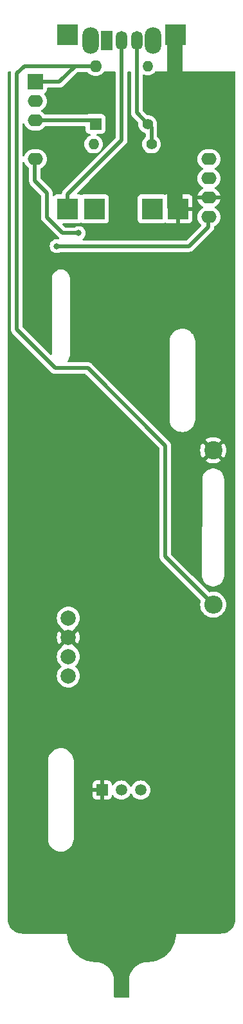
<source format=gtl>
G04 #@! TF.GenerationSoftware,KiCad,Pcbnew,7.0.1*
G04 #@! TF.CreationDate,2023-04-26T20:27:31+02:00*
G04 #@! TF.ProjectId,ispindel_kicad,69737069-6e64-4656-9c5f-6b696361642e,rev?*
G04 #@! TF.SameCoordinates,Original*
G04 #@! TF.FileFunction,Copper,L1,Top*
G04 #@! TF.FilePolarity,Positive*
%FSLAX46Y46*%
G04 Gerber Fmt 4.6, Leading zero omitted, Abs format (unit mm)*
G04 Created by KiCad (PCBNEW 7.0.1) date 2023-04-26 20:27:31*
%MOMM*%
%LPD*%
G01*
G04 APERTURE LIST*
G04 #@! TA.AperFunction,ComponentPad*
%ADD10C,2.400000*%
G04 #@! TD*
G04 #@! TA.AperFunction,ComponentPad*
%ADD11O,2.400000X2.400000*%
G04 #@! TD*
G04 #@! TA.AperFunction,ComponentPad*
%ADD12R,1.500000X1.500000*%
G04 #@! TD*
G04 #@! TA.AperFunction,ComponentPad*
%ADD13C,1.500000*%
G04 #@! TD*
G04 #@! TA.AperFunction,ComponentPad*
%ADD14C,2.000000*%
G04 #@! TD*
G04 #@! TA.AperFunction,ComponentPad*
%ADD15R,2.000000X2.000000*%
G04 #@! TD*
G04 #@! TA.AperFunction,ComponentPad*
%ADD16O,2.000000X1.600000*%
G04 #@! TD*
G04 #@! TA.AperFunction,ComponentPad*
%ADD17R,2.800000X2.800000*%
G04 #@! TD*
G04 #@! TA.AperFunction,ComponentPad*
%ADD18O,2.200000X3.500000*%
G04 #@! TD*
G04 #@! TA.AperFunction,ComponentPad*
%ADD19R,1.500000X2.500000*%
G04 #@! TD*
G04 #@! TA.AperFunction,ComponentPad*
%ADD20O,1.500000X2.500000*%
G04 #@! TD*
G04 #@! TA.AperFunction,ComponentPad*
%ADD21C,1.400000*%
G04 #@! TD*
G04 #@! TA.AperFunction,ComponentPad*
%ADD22O,1.400000X1.400000*%
G04 #@! TD*
G04 #@! TA.AperFunction,ComponentPad*
%ADD23R,1.600000X1.600000*%
G04 #@! TD*
G04 #@! TA.AperFunction,ComponentPad*
%ADD24O,1.600000X1.600000*%
G04 #@! TD*
G04 #@! TA.AperFunction,ViaPad*
%ADD25C,0.800000*%
G04 #@! TD*
G04 #@! TA.AperFunction,Conductor*
%ADD26C,0.500000*%
G04 #@! TD*
G04 #@! TA.AperFunction,Conductor*
%ADD27C,2.000000*%
G04 #@! TD*
G04 #@! TA.AperFunction,Conductor*
%ADD28C,0.250000*%
G04 #@! TD*
G04 APERTURE END LIST*
D10*
X160909000Y-95275400D03*
D11*
X160909000Y-115595400D03*
D12*
X146278600Y-140009200D03*
D13*
X148818600Y-140009200D03*
X151358600Y-140009200D03*
D14*
X141833600Y-117373400D03*
X141833600Y-119913400D03*
X141833600Y-122453400D03*
X141833600Y-124993400D03*
D15*
X137492600Y-46786800D03*
D16*
X137492600Y-49326800D03*
X137492600Y-51866800D03*
X137492600Y-56946800D03*
X160352600Y-64566800D03*
X160352600Y-62026800D03*
X160352600Y-59486800D03*
X160352600Y-56946800D03*
D17*
X141757200Y-40600000D03*
X155957200Y-40600000D03*
X141757200Y-63500000D03*
X156257200Y-63500000D03*
X145257200Y-63500000D03*
X152857200Y-63500000D03*
D18*
X144750600Y-41325800D03*
X152950600Y-41325800D03*
D19*
X146850600Y-41325800D03*
D20*
X148850600Y-41325800D03*
X150850600Y-41325800D03*
D21*
X152781000Y-54991000D03*
D22*
X145161000Y-54991000D03*
D21*
X152273000Y-52349400D03*
D22*
X152273000Y-44729400D03*
D23*
X145415000Y-52324000D03*
D24*
X145415000Y-44704000D03*
D25*
X140300000Y-68400000D03*
X143200000Y-66700000D03*
X162712400Y-49682400D03*
X162458400Y-143891000D03*
X140360400Y-121081800D03*
X137363200Y-54660800D03*
D26*
X144932400Y-51866800D02*
X145389600Y-52324000D01*
X137439400Y-51866800D02*
X144932400Y-51866800D01*
X154600000Y-94650000D02*
X154600000Y-109286400D01*
X142717520Y-44704000D02*
X136042400Y-44704000D01*
X154600000Y-109286400D02*
X160909000Y-115595400D01*
X144400000Y-84450000D02*
X154600000Y-94650000D01*
X137439400Y-46786800D02*
X140634720Y-46786800D01*
X142717520Y-44704000D02*
X145389600Y-44704000D01*
X140100000Y-84450000D02*
X144400000Y-84450000D01*
X135051800Y-79401800D02*
X140100000Y-84450000D01*
X135051800Y-45694600D02*
X135051800Y-79401800D01*
X140634720Y-46786800D02*
X142717520Y-44704000D01*
X136042400Y-44704000D02*
X135051800Y-45694600D01*
X152323800Y-52349400D02*
X150842400Y-50868000D01*
X143400000Y-68400000D02*
X140300000Y-68400000D01*
X160299400Y-64566800D02*
X160299400Y-65866800D01*
X152771800Y-55016400D02*
X152771800Y-52797400D01*
X152771800Y-52797400D02*
X152323800Y-52349400D01*
X160299400Y-65866800D02*
X157766200Y-68400000D01*
X150842400Y-50868000D02*
X150842400Y-41292600D01*
X157766200Y-68400000D02*
X143400000Y-68400000D01*
X142492890Y-66700000D02*
X143200000Y-66700000D01*
X139000000Y-64619600D02*
X141080400Y-66700000D01*
X137439400Y-56946800D02*
X137439400Y-59839400D01*
X141080400Y-66700000D02*
X142492890Y-66700000D01*
X139000000Y-61400000D02*
X139000000Y-64619600D01*
X137439400Y-59839400D02*
X139000000Y-61400000D01*
X155832400Y-45416880D02*
X155851040Y-45435520D01*
D27*
X155832400Y-40892600D02*
X155832400Y-63162000D01*
D26*
X160299400Y-62026800D02*
X160499400Y-62026800D01*
D28*
X155832400Y-63162000D02*
X156132400Y-63462000D01*
D26*
X155950000Y-46601280D02*
X156079640Y-46730920D01*
X148842400Y-42423970D02*
X148842400Y-41292600D01*
X141732400Y-61562000D02*
X148842400Y-54452000D01*
X148842400Y-54452000D02*
X148842400Y-42423970D01*
X141732400Y-63462000D02*
X141732400Y-61562000D01*
G04 #@! TA.AperFunction,Conductor*
G36*
X134233869Y-45428592D02*
G01*
X134277800Y-45463850D01*
X134301977Y-45514727D01*
X134301568Y-45571056D01*
X134292991Y-45607243D01*
X134291002Y-45626714D01*
X134293247Y-45703859D01*
X134293300Y-45707523D01*
X134293300Y-79337359D01*
X134291970Y-79355620D01*
X134288459Y-79379588D01*
X134292821Y-79429447D01*
X134293300Y-79440428D01*
X134293300Y-79445984D01*
X134296935Y-79477090D01*
X134297307Y-79480732D01*
X134304028Y-79557544D01*
X134308269Y-79576673D01*
X134334646Y-79649142D01*
X134335849Y-79652604D01*
X134360104Y-79725800D01*
X134368637Y-79743427D01*
X134411032Y-79807884D01*
X134412971Y-79810927D01*
X134452770Y-79875451D01*
X134453474Y-79876592D01*
X134465838Y-79891767D01*
X134521955Y-79944711D01*
X134524584Y-79947265D01*
X139518092Y-84940773D01*
X139530060Y-84954620D01*
X139544531Y-84974058D01*
X139582868Y-85006226D01*
X139590965Y-85013646D01*
X139594900Y-85017581D01*
X139594904Y-85017584D01*
X139619455Y-85036997D01*
X139622296Y-85039311D01*
X139681377Y-85088885D01*
X139697890Y-85099405D01*
X139767786Y-85131998D01*
X139771078Y-85133591D01*
X139838812Y-85167609D01*
X139838814Y-85167609D01*
X139840008Y-85168209D01*
X139858490Y-85174633D01*
X139859791Y-85174901D01*
X139859794Y-85174903D01*
X139934078Y-85190241D01*
X139937630Y-85191029D01*
X140011344Y-85208500D01*
X140011346Y-85208500D01*
X140012641Y-85208807D01*
X140032114Y-85210797D01*
X140033439Y-85210758D01*
X140033442Y-85210759D01*
X140107477Y-85208604D01*
X140109259Y-85208553D01*
X140112923Y-85208500D01*
X144033629Y-85208500D01*
X144081847Y-85218091D01*
X144122724Y-85245405D01*
X153804595Y-94927276D01*
X153831909Y-94968153D01*
X153841500Y-95016371D01*
X153841500Y-109221959D01*
X153840170Y-109240220D01*
X153836659Y-109264188D01*
X153841021Y-109314047D01*
X153841500Y-109325028D01*
X153841500Y-109330584D01*
X153845135Y-109361690D01*
X153845507Y-109365332D01*
X153852228Y-109442144D01*
X153856469Y-109461273D01*
X153882846Y-109533742D01*
X153884049Y-109537204D01*
X153908304Y-109610400D01*
X153916837Y-109628027D01*
X153959232Y-109692484D01*
X153961171Y-109695527D01*
X154000970Y-109760051D01*
X154001674Y-109761192D01*
X154014038Y-109776367D01*
X154070155Y-109829311D01*
X154072784Y-109831865D01*
X159233639Y-114992720D01*
X159265620Y-115046934D01*
X159267385Y-115109852D01*
X159214845Y-115340044D01*
X159195709Y-115595399D01*
X159214845Y-115850754D01*
X159271826Y-116100402D01*
X159365378Y-116338769D01*
X159493413Y-116560531D01*
X159653065Y-116760730D01*
X159840784Y-116934908D01*
X159999461Y-117043091D01*
X160052355Y-117079154D01*
X160171826Y-117136688D01*
X160283064Y-117190258D01*
X160337635Y-117207090D01*
X160527757Y-117265735D01*
X160780966Y-117303900D01*
X161037032Y-117303900D01*
X161037034Y-117303900D01*
X161290243Y-117265735D01*
X161534935Y-117190258D01*
X161765646Y-117079154D01*
X161977219Y-116934905D01*
X162164931Y-116760734D01*
X162324587Y-116560531D01*
X162452622Y-116338769D01*
X162546174Y-116100401D01*
X162603155Y-115850753D01*
X162622291Y-115595400D01*
X162603155Y-115340047D01*
X162546174Y-115090399D01*
X162452622Y-114852031D01*
X162324587Y-114630269D01*
X162284673Y-114580218D01*
X162164934Y-114430069D01*
X162164931Y-114430066D01*
X161977219Y-114255895D01*
X161765646Y-114111646D01*
X161765645Y-114111645D01*
X161765643Y-114111644D01*
X161534935Y-114000541D01*
X161358018Y-113945970D01*
X161290243Y-113925065D01*
X161037034Y-113886900D01*
X160780966Y-113886900D01*
X160654361Y-113905982D01*
X160527755Y-113925065D01*
X160434908Y-113953704D01*
X160367440Y-113955596D01*
X160308676Y-113922396D01*
X158169691Y-111783411D01*
X159458561Y-111783411D01*
X159458619Y-111783711D01*
X159458616Y-111872368D01*
X159458641Y-111872525D01*
X159494098Y-112096471D01*
X159564200Y-112312263D01*
X159615538Y-112413033D01*
X159667196Y-112514432D01*
X159667296Y-112514569D01*
X159800551Y-112698000D01*
X159960981Y-112858447D01*
X159961123Y-112858550D01*
X160144534Y-112991821D01*
X160346692Y-113094840D01*
X160562477Y-113164965D01*
X160786575Y-113200471D01*
X161013440Y-113200483D01*
X161013466Y-113200484D01*
X161013466Y-113200483D01*
X161013468Y-113200484D01*
X161237570Y-113165002D01*
X161453363Y-113094900D01*
X161655532Y-112991903D01*
X161839100Y-112858549D01*
X161999547Y-112698119D01*
X162132921Y-112514566D01*
X162235940Y-112312408D01*
X162306065Y-112096623D01*
X162341572Y-111872525D01*
X162341578Y-111759078D01*
X162341578Y-111758578D01*
X162350344Y-99115979D01*
X162350342Y-99115976D01*
X162350360Y-99091389D01*
X162350257Y-99090866D01*
X162350262Y-99002633D01*
X162332546Y-98890740D01*
X162314781Y-98778534D01*
X162244679Y-98562745D01*
X162141684Y-98360579D01*
X162008332Y-98177014D01*
X161847905Y-98016570D01*
X161847904Y-98016569D01*
X161847903Y-98016568D01*
X161664357Y-97883200D01*
X161664356Y-97883199D01*
X161664354Y-97883198D01*
X161462200Y-97780181D01*
X161462199Y-97780180D01*
X161462198Y-97780180D01*
X161246419Y-97710056D01*
X161190394Y-97701179D01*
X161022324Y-97674550D01*
X161022285Y-97674549D01*
X160795434Y-97674537D01*
X160571333Y-97710019D01*
X160355547Y-97780119D01*
X160153379Y-97883115D01*
X159969814Y-98016468D01*
X159809368Y-98176896D01*
X159676000Y-98360441D01*
X159572980Y-98562601D01*
X159502856Y-98778379D01*
X159467350Y-99002477D01*
X159467344Y-99115742D01*
X159467344Y-99115822D01*
X159458561Y-111783411D01*
X158169691Y-111783411D01*
X155395405Y-109009124D01*
X155368091Y-108968247D01*
X155358500Y-108920029D01*
X155358500Y-96650187D01*
X159893421Y-96650187D01*
X160052608Y-96758720D01*
X160283247Y-96869790D01*
X160527865Y-96945244D01*
X160781006Y-96983400D01*
X161036994Y-96983400D01*
X161290134Y-96945244D01*
X161534752Y-96869790D01*
X161765392Y-96758720D01*
X161924578Y-96650187D01*
X160909001Y-95634610D01*
X160908999Y-95634610D01*
X159893421Y-96650186D01*
X159893421Y-96650187D01*
X155358500Y-96650187D01*
X155358500Y-95275400D01*
X159196211Y-95275400D01*
X159215341Y-95530679D01*
X159272305Y-95780254D01*
X159365830Y-96018551D01*
X159493827Y-96240248D01*
X159534250Y-96290937D01*
X159534252Y-96290937D01*
X160549790Y-95275401D01*
X161268210Y-95275401D01*
X162283747Y-96290938D01*
X162283748Y-96290937D01*
X162324172Y-96240250D01*
X162452169Y-96018552D01*
X162545694Y-95780254D01*
X162602658Y-95530679D01*
X162621788Y-95275400D01*
X162602658Y-95020120D01*
X162545694Y-94770545D01*
X162452169Y-94532247D01*
X162324172Y-94310550D01*
X162283748Y-94259861D01*
X162283747Y-94259860D01*
X161268210Y-95275399D01*
X161268210Y-95275401D01*
X160549790Y-95275401D01*
X160549790Y-95275399D01*
X159534252Y-94259861D01*
X159534250Y-94259861D01*
X159493827Y-94310551D01*
X159365830Y-94532248D01*
X159272305Y-94770545D01*
X159215341Y-95020120D01*
X159196211Y-95275400D01*
X155358500Y-95275400D01*
X155358500Y-94714441D01*
X155359830Y-94696180D01*
X155360067Y-94694556D01*
X155363341Y-94672211D01*
X155358979Y-94622353D01*
X155358500Y-94611372D01*
X155358500Y-94605823D01*
X155354865Y-94574730D01*
X155354492Y-94571079D01*
X155351095Y-94532247D01*
X155347887Y-94495573D01*
X155347886Y-94495570D01*
X155347770Y-94494242D01*
X155343537Y-94475147D01*
X155343079Y-94473889D01*
X155343079Y-94473887D01*
X155317137Y-94402611D01*
X155315977Y-94399277D01*
X155292114Y-94327261D01*
X155292111Y-94327256D01*
X155291691Y-94325988D01*
X155283167Y-94308380D01*
X155240775Y-94243925D01*
X155238807Y-94240836D01*
X155198328Y-94175211D01*
X155185964Y-94160034D01*
X155129825Y-94107069D01*
X155127197Y-94104516D01*
X154923293Y-93900612D01*
X159893421Y-93900612D01*
X160908999Y-94916190D01*
X160909001Y-94916190D01*
X161924578Y-93900611D01*
X161765392Y-93792079D01*
X161534752Y-93681009D01*
X161290134Y-93605555D01*
X161036994Y-93567400D01*
X160781006Y-93567400D01*
X160527865Y-93605555D01*
X160283247Y-93681009D01*
X160052606Y-93792081D01*
X159893421Y-93900610D01*
X159893421Y-93900612D01*
X154923293Y-93900612D01*
X152316251Y-91293570D01*
X155142700Y-91293570D01*
X155180727Y-91545859D01*
X155180728Y-91545862D01*
X155255930Y-91789664D01*
X155366629Y-92019534D01*
X155366630Y-92019536D01*
X155366631Y-92019537D01*
X155510357Y-92230343D01*
X155683895Y-92417373D01*
X155683898Y-92417376D01*
X155833502Y-92536680D01*
X155883372Y-92576450D01*
X156104329Y-92704020D01*
X156341831Y-92797233D01*
X156590574Y-92854006D01*
X156845000Y-92873073D01*
X157099426Y-92854006D01*
X157348169Y-92797233D01*
X157585671Y-92704020D01*
X157806628Y-92576450D01*
X158006105Y-92417373D01*
X158179643Y-92230343D01*
X158323369Y-92019537D01*
X158434069Y-91789664D01*
X158509273Y-91545859D01*
X158547300Y-91293570D01*
X158547300Y-91166000D01*
X158547300Y-91165500D01*
X158547300Y-80980501D01*
X158547300Y-80853030D01*
X158509273Y-80600741D01*
X158434069Y-80356936D01*
X158323369Y-80127064D01*
X158287437Y-80074362D01*
X158179646Y-79916260D01*
X158020306Y-79744532D01*
X158006105Y-79729227D01*
X158006103Y-79729226D01*
X158006101Y-79729223D01*
X157806628Y-79570150D01*
X157585671Y-79442580D01*
X157348168Y-79349366D01*
X157099428Y-79292594D01*
X156845000Y-79273527D01*
X156590571Y-79292594D01*
X156341831Y-79349366D01*
X156104328Y-79442580D01*
X155883371Y-79570150D01*
X155683898Y-79729223D01*
X155510353Y-79916260D01*
X155366631Y-80127063D01*
X155255930Y-80356935D01*
X155180728Y-80600737D01*
X155180727Y-80600741D01*
X155142700Y-80853030D01*
X155142700Y-80980501D01*
X155142700Y-91165500D01*
X155142700Y-91166000D01*
X155142700Y-91293570D01*
X152316251Y-91293570D01*
X144981909Y-83959228D01*
X144969937Y-83945375D01*
X144955470Y-83925943D01*
X144917130Y-83893772D01*
X144909032Y-83886351D01*
X144905101Y-83882420D01*
X144897081Y-83876078D01*
X144880528Y-83862989D01*
X144877690Y-83860677D01*
X144818622Y-83811113D01*
X144802110Y-83800594D01*
X144732205Y-83767996D01*
X144728909Y-83766401D01*
X144659996Y-83731792D01*
X144641504Y-83725365D01*
X144565942Y-83709762D01*
X144562367Y-83708969D01*
X144487356Y-83691191D01*
X144467885Y-83689202D01*
X144390741Y-83691447D01*
X144387077Y-83691500D01*
X141853700Y-83691500D01*
X141786000Y-83671767D01*
X141739505Y-83618750D01*
X141728778Y-83549054D01*
X141757178Y-83484509D01*
X141762028Y-83478728D01*
X141827050Y-83401239D01*
X141931538Y-83220261D01*
X142003012Y-83023888D01*
X142039300Y-82818088D01*
X142039300Y-82713600D01*
X142039300Y-82713100D01*
X142039300Y-72680501D01*
X142039300Y-72576112D01*
X142003012Y-72370312D01*
X142003012Y-72370310D01*
X141931538Y-72173939D01*
X141931537Y-72173938D01*
X141827050Y-71992961D01*
X141759886Y-71912919D01*
X141692723Y-71832876D01*
X141597331Y-71752834D01*
X141532639Y-71698550D01*
X141443650Y-71647172D01*
X141351660Y-71594061D01*
X141155289Y-71522587D01*
X140949488Y-71486300D01*
X140740512Y-71486300D01*
X140534710Y-71522587D01*
X140338339Y-71594061D01*
X140157362Y-71698549D01*
X139997276Y-71832876D01*
X139862949Y-71992962D01*
X139758461Y-72173939D01*
X139686987Y-72370310D01*
X139650700Y-72576112D01*
X139650700Y-82623829D01*
X139636967Y-82681032D01*
X139598761Y-82725765D01*
X139544411Y-82748278D01*
X139485764Y-82743662D01*
X139435605Y-82712924D01*
X135847205Y-79124524D01*
X135819891Y-79083647D01*
X135810300Y-79035429D01*
X135810300Y-57427501D01*
X135824537Y-57369321D01*
X135864030Y-57324288D01*
X135919854Y-57302579D01*
X135979395Y-57309100D01*
X136029197Y-57342377D01*
X136053259Y-57386237D01*
X136053657Y-57386052D01*
X136056482Y-57392110D01*
X136058007Y-57394890D01*
X136058316Y-57396043D01*
X136155077Y-57603550D01*
X136286404Y-57791103D01*
X136448296Y-57952995D01*
X136627171Y-58078245D01*
X136666663Y-58123278D01*
X136680900Y-58181458D01*
X136680900Y-59774959D01*
X136679570Y-59793220D01*
X136676059Y-59817188D01*
X136680421Y-59867047D01*
X136680900Y-59878028D01*
X136680900Y-59883584D01*
X136684535Y-59914690D01*
X136684907Y-59918332D01*
X136691628Y-59995144D01*
X136695869Y-60014273D01*
X136722246Y-60086742D01*
X136723449Y-60090204D01*
X136747704Y-60163400D01*
X136756237Y-60181027D01*
X136798632Y-60245484D01*
X136800571Y-60248527D01*
X136840370Y-60313051D01*
X136841074Y-60314192D01*
X136853438Y-60329367D01*
X136909555Y-60382311D01*
X136912184Y-60384865D01*
X138204595Y-61677276D01*
X138231909Y-61718153D01*
X138241500Y-61766371D01*
X138241500Y-64555159D01*
X138240170Y-64573420D01*
X138236659Y-64597388D01*
X138241021Y-64647247D01*
X138241500Y-64658228D01*
X138241500Y-64663784D01*
X138245135Y-64694890D01*
X138245507Y-64698532D01*
X138252228Y-64775344D01*
X138256469Y-64794473D01*
X138282846Y-64866942D01*
X138284049Y-64870404D01*
X138308304Y-64943600D01*
X138316837Y-64961227D01*
X138359232Y-65025684D01*
X138361171Y-65028727D01*
X138400970Y-65093251D01*
X138401674Y-65094392D01*
X138414038Y-65109567D01*
X138470155Y-65162511D01*
X138472784Y-65165065D01*
X140498492Y-67190773D01*
X140510460Y-67204620D01*
X140524931Y-67224058D01*
X140563268Y-67256226D01*
X140571365Y-67263646D01*
X140575300Y-67267581D01*
X140575304Y-67267584D01*
X140599855Y-67286997D01*
X140602689Y-67289306D01*
X140608564Y-67294235D01*
X140646277Y-67348488D01*
X140651349Y-67414367D01*
X140622387Y-67473754D01*
X140567354Y-67510320D01*
X140501383Y-67514009D01*
X140395487Y-67491500D01*
X140204513Y-67491500D01*
X140098617Y-67514009D01*
X140017711Y-67531206D01*
X139843246Y-67608883D01*
X139688747Y-67721133D01*
X139560958Y-67863057D01*
X139465472Y-68028443D01*
X139406458Y-68210070D01*
X139386496Y-68400000D01*
X139406458Y-68589929D01*
X139465472Y-68771556D01*
X139560958Y-68936942D01*
X139560960Y-68936944D01*
X139688747Y-69078866D01*
X139843248Y-69191118D01*
X140017712Y-69268794D01*
X140204513Y-69308500D01*
X140395485Y-69308500D01*
X140395487Y-69308500D01*
X140582288Y-69268794D01*
X140756752Y-69191118D01*
X140768529Y-69182561D01*
X140803649Y-69164667D01*
X140842586Y-69158500D01*
X143311344Y-69158500D01*
X143444180Y-69158500D01*
X157701759Y-69158500D01*
X157720020Y-69159830D01*
X157743989Y-69163341D01*
X157790453Y-69159275D01*
X157793847Y-69158979D01*
X157804828Y-69158500D01*
X157810377Y-69158500D01*
X157810380Y-69158500D01*
X157841501Y-69154861D01*
X157845089Y-69154495D01*
X157920626Y-69147887D01*
X157920630Y-69147885D01*
X157921951Y-69147770D01*
X157941056Y-69143535D01*
X157942306Y-69143079D01*
X157942313Y-69143079D01*
X158013600Y-69117132D01*
X158016969Y-69115961D01*
X158088938Y-69092114D01*
X158088939Y-69092112D01*
X158090207Y-69091693D01*
X158107813Y-69083169D01*
X158108925Y-69082437D01*
X158108932Y-69082435D01*
X158172338Y-69040730D01*
X158175361Y-69038806D01*
X158239851Y-68999030D01*
X158239852Y-68999028D01*
X158240988Y-68998328D01*
X158256159Y-68985970D01*
X158257071Y-68985002D01*
X158257074Y-68985001D01*
X158309129Y-68929824D01*
X158311648Y-68927231D01*
X160790177Y-66448702D01*
X160804024Y-66436736D01*
X160823458Y-66422269D01*
X160855626Y-66383931D01*
X160863042Y-66375837D01*
X160866981Y-66371900D01*
X160886412Y-66347323D01*
X160888686Y-66344531D01*
X160937432Y-66286440D01*
X160937433Y-66286436D01*
X160938290Y-66285416D01*
X160948802Y-66268917D01*
X160952555Y-66260868D01*
X160981436Y-66198931D01*
X160982944Y-66195815D01*
X161017009Y-66127988D01*
X161017010Y-66127979D01*
X161017612Y-66126783D01*
X161024034Y-66108309D01*
X161039638Y-66032735D01*
X161040422Y-66029197D01*
X161057900Y-65955456D01*
X161057900Y-65955454D01*
X161058208Y-65954155D01*
X161060197Y-65934686D01*
X161060158Y-65933360D01*
X161060159Y-65933358D01*
X161057991Y-65858859D01*
X161065960Y-65810956D01*
X161091455Y-65769623D01*
X161130687Y-65741002D01*
X161209349Y-65704323D01*
X161396900Y-65572998D01*
X161558798Y-65411100D01*
X161690123Y-65223549D01*
X161786884Y-65016043D01*
X161846143Y-64794887D01*
X161866098Y-64566800D01*
X161846143Y-64338713D01*
X161786884Y-64117557D01*
X161690123Y-63910051D01*
X161558798Y-63722500D01*
X161558797Y-63722499D01*
X161558795Y-63722496D01*
X161396903Y-63560604D01*
X161209348Y-63429276D01*
X161169551Y-63410719D01*
X161116533Y-63364224D01*
X161096800Y-63296524D01*
X161116533Y-63228824D01*
X161169551Y-63182329D01*
X161209097Y-63163888D01*
X161396581Y-63032610D01*
X161558410Y-62870781D01*
X161689687Y-62683298D01*
X161786413Y-62475870D01*
X161838682Y-62280800D01*
X158866518Y-62280800D01*
X158918786Y-62475870D01*
X159015512Y-62683298D01*
X159146789Y-62870781D01*
X159308618Y-63032610D01*
X159496101Y-63163887D01*
X159535649Y-63182329D01*
X159588666Y-63228824D01*
X159608399Y-63296524D01*
X159588666Y-63364224D01*
X159535649Y-63410719D01*
X159495850Y-63429277D01*
X159308296Y-63560604D01*
X159146404Y-63722496D01*
X159015077Y-63910049D01*
X158918315Y-64117556D01*
X158859057Y-64338712D01*
X158839102Y-64566800D01*
X158859057Y-64794887D01*
X158918315Y-65016043D01*
X159015077Y-65223550D01*
X159146404Y-65411103D01*
X159308295Y-65572994D01*
X159308298Y-65572996D01*
X159308300Y-65572998D01*
X159310114Y-65574268D01*
X159316084Y-65580783D01*
X159316094Y-65580793D01*
X159316093Y-65580793D01*
X159346963Y-65614480D01*
X159363365Y-65666499D01*
X159356247Y-65720576D01*
X159326940Y-65766577D01*
X157488921Y-67604597D01*
X157448047Y-67631909D01*
X157399829Y-67641500D01*
X143837557Y-67641500D01*
X143776856Y-67625915D01*
X143731172Y-67583014D01*
X143711806Y-67523412D01*
X143723549Y-67461852D01*
X143763496Y-67413564D01*
X143779566Y-67401887D01*
X143811253Y-67378866D01*
X143939040Y-67236944D01*
X144034527Y-67071556D01*
X144093542Y-66889928D01*
X144113504Y-66700000D01*
X144093542Y-66510072D01*
X144034527Y-66328444D01*
X144034527Y-66328443D01*
X143939041Y-66163057D01*
X143875146Y-66092095D01*
X143811253Y-66021134D01*
X143656752Y-65908882D01*
X143482288Y-65831206D01*
X143295487Y-65791500D01*
X143104513Y-65791500D01*
X142979979Y-65817970D01*
X142917711Y-65831206D01*
X142862652Y-65855720D01*
X142743248Y-65908882D01*
X142731470Y-65917438D01*
X142696351Y-65935333D01*
X142657414Y-65941500D01*
X142581546Y-65941500D01*
X141446771Y-65941500D01*
X141398553Y-65931909D01*
X141357676Y-65904595D01*
X141076676Y-65623595D01*
X141045938Y-65573436D01*
X141041322Y-65514789D01*
X141063835Y-65460439D01*
X141108568Y-65422233D01*
X141165771Y-65408500D01*
X143205838Y-65408500D01*
X143266401Y-65401989D01*
X143403404Y-65350889D01*
X143431690Y-65329713D01*
X143480416Y-65307462D01*
X143533984Y-65307462D01*
X143582709Y-65329713D01*
X143610996Y-65350889D01*
X143747999Y-65401989D01*
X143808562Y-65408500D01*
X146705838Y-65408500D01*
X146766401Y-65401989D01*
X146903404Y-65350889D01*
X147020461Y-65263261D01*
X147108089Y-65146204D01*
X147159189Y-65009201D01*
X147165700Y-64948638D01*
X150948700Y-64948638D01*
X150955211Y-65009200D01*
X151006311Y-65146205D01*
X151093938Y-65263261D01*
X151210994Y-65350888D01*
X151210995Y-65350888D01*
X151210996Y-65350889D01*
X151347999Y-65401989D01*
X151408562Y-65408500D01*
X154305838Y-65408500D01*
X154366401Y-65401989D01*
X154503404Y-65350889D01*
X154503404Y-65350888D01*
X154513881Y-65346981D01*
X154557914Y-65339036D01*
X154601946Y-65346980D01*
X154748106Y-65401494D01*
X154808611Y-65408000D01*
X156003200Y-65408000D01*
X156003200Y-63754000D01*
X156511200Y-63754000D01*
X156511200Y-65408000D01*
X157705789Y-65408000D01*
X157766293Y-65401494D01*
X157903162Y-65350445D01*
X158020104Y-65262904D01*
X158107645Y-65145962D01*
X158158694Y-65009093D01*
X158165200Y-64948589D01*
X158165200Y-63754000D01*
X156511200Y-63754000D01*
X156003200Y-63754000D01*
X156003200Y-61592000D01*
X156511200Y-61592000D01*
X156511200Y-63246000D01*
X158165200Y-63246000D01*
X158165200Y-62051411D01*
X158158694Y-61990906D01*
X158107645Y-61854037D01*
X158020104Y-61737095D01*
X157903162Y-61649554D01*
X157766293Y-61598505D01*
X157705789Y-61592000D01*
X156511200Y-61592000D01*
X156003200Y-61592000D01*
X154808611Y-61592000D01*
X154748106Y-61598505D01*
X154601947Y-61653019D01*
X154557915Y-61660963D01*
X154513883Y-61653019D01*
X154429059Y-61621381D01*
X154366401Y-61598011D01*
X154305838Y-61591500D01*
X151408562Y-61591500D01*
X151347999Y-61598011D01*
X151210994Y-61649111D01*
X151093938Y-61736738D01*
X151006311Y-61853794D01*
X150955211Y-61990799D01*
X150948700Y-62051362D01*
X150948700Y-64948638D01*
X147165700Y-64948638D01*
X147165700Y-62051362D01*
X147159189Y-61990799D01*
X147108089Y-61853796D01*
X147051855Y-61778676D01*
X147020461Y-61736738D01*
X146903405Y-61649111D01*
X146834902Y-61623561D01*
X146766401Y-61598011D01*
X146705838Y-61591500D01*
X143808562Y-61591500D01*
X143747999Y-61598011D01*
X143679497Y-61623561D01*
X143610995Y-61649111D01*
X143582707Y-61670287D01*
X143533982Y-61692538D01*
X143480418Y-61692538D01*
X143431693Y-61670287D01*
X143403404Y-61649111D01*
X143266401Y-61598011D01*
X143205838Y-61591500D01*
X143079771Y-61591500D01*
X143022568Y-61577767D01*
X142977835Y-61539561D01*
X142955322Y-61485211D01*
X142959938Y-61426564D01*
X142990676Y-61376405D01*
X144573861Y-59793220D01*
X144880281Y-59486800D01*
X158839102Y-59486800D01*
X158859057Y-59714887D01*
X158918315Y-59936043D01*
X159015077Y-60143550D01*
X159146404Y-60331103D01*
X159308296Y-60492995D01*
X159308299Y-60492997D01*
X159308300Y-60492998D01*
X159495851Y-60624323D01*
X159535649Y-60642881D01*
X159588665Y-60689373D01*
X159608399Y-60757073D01*
X159588667Y-60824773D01*
X159535651Y-60871269D01*
X159496102Y-60889711D01*
X159308618Y-61020989D01*
X159146789Y-61182818D01*
X159015512Y-61370301D01*
X158918786Y-61577729D01*
X158866517Y-61772800D01*
X161838682Y-61772800D01*
X161786413Y-61577729D01*
X161689687Y-61370301D01*
X161558410Y-61182818D01*
X161396581Y-61020989D01*
X161209097Y-60889711D01*
X161169551Y-60871271D01*
X161116533Y-60824776D01*
X161096800Y-60757076D01*
X161116533Y-60689376D01*
X161169551Y-60642881D01*
X161170384Y-60642492D01*
X161209349Y-60624323D01*
X161396900Y-60492998D01*
X161558798Y-60331100D01*
X161690123Y-60143549D01*
X161786884Y-59936043D01*
X161846143Y-59714887D01*
X161866098Y-59486800D01*
X161846143Y-59258713D01*
X161786884Y-59037557D01*
X161690123Y-58830051D01*
X161558798Y-58642500D01*
X161558797Y-58642499D01*
X161558795Y-58642496D01*
X161396903Y-58480604D01*
X161209348Y-58349276D01*
X161170143Y-58330995D01*
X161117125Y-58284500D01*
X161097392Y-58216800D01*
X161117125Y-58149100D01*
X161170143Y-58102605D01*
X161174763Y-58100450D01*
X161209349Y-58084323D01*
X161396900Y-57952998D01*
X161558798Y-57791100D01*
X161690123Y-57603549D01*
X161786884Y-57396043D01*
X161846143Y-57174887D01*
X161866098Y-56946800D01*
X161846143Y-56718713D01*
X161786884Y-56497557D01*
X161690123Y-56290051D01*
X161629950Y-56204116D01*
X161558795Y-56102496D01*
X161396903Y-55940604D01*
X161209350Y-55809277D01*
X161001843Y-55712515D01*
X160780687Y-55653257D01*
X160609727Y-55638300D01*
X160095473Y-55638300D01*
X159953006Y-55650764D01*
X159924512Y-55653257D01*
X159703356Y-55712515D01*
X159495849Y-55809277D01*
X159308296Y-55940604D01*
X159146404Y-56102496D01*
X159015077Y-56290049D01*
X158918315Y-56497556D01*
X158859057Y-56718712D01*
X158839102Y-56946800D01*
X158859057Y-57174887D01*
X158918315Y-57396043D01*
X159015077Y-57603550D01*
X159146404Y-57791103D01*
X159308296Y-57952995D01*
X159308299Y-57952997D01*
X159308300Y-57952998D01*
X159495851Y-58084323D01*
X159535057Y-58102605D01*
X159588073Y-58149098D01*
X159607807Y-58216797D01*
X159588075Y-58284497D01*
X159535059Y-58330993D01*
X159495851Y-58349276D01*
X159308296Y-58480604D01*
X159146404Y-58642496D01*
X159015077Y-58830049D01*
X158918315Y-59037556D01*
X158859057Y-59258712D01*
X158839102Y-59486800D01*
X144880281Y-59486800D01*
X149333177Y-55033902D01*
X149347024Y-55021936D01*
X149366458Y-55007469D01*
X149398628Y-54969128D01*
X149406045Y-54961034D01*
X149409980Y-54957101D01*
X149429443Y-54932484D01*
X149431668Y-54929753D01*
X149480432Y-54871640D01*
X149480434Y-54871634D01*
X149481292Y-54870613D01*
X149491803Y-54854114D01*
X149492365Y-54852908D01*
X149492367Y-54852906D01*
X149524422Y-54784159D01*
X149525972Y-54780958D01*
X149560009Y-54713188D01*
X149560010Y-54713183D01*
X149560607Y-54711995D01*
X149567031Y-54693517D01*
X149567301Y-54692209D01*
X149567302Y-54692207D01*
X149582651Y-54617866D01*
X149583401Y-54614484D01*
X149600900Y-54540656D01*
X149600900Y-54540651D01*
X149601207Y-54539356D01*
X149603196Y-54519888D01*
X149603157Y-54518560D01*
X149603158Y-54518558D01*
X149600953Y-54442776D01*
X149600900Y-54439112D01*
X149600900Y-45542000D01*
X149617781Y-45479000D01*
X149663900Y-45432881D01*
X149726900Y-45416000D01*
X149957900Y-45416000D01*
X150020900Y-45432881D01*
X150067019Y-45479000D01*
X150083900Y-45542000D01*
X150083900Y-50803559D01*
X150082570Y-50821820D01*
X150079059Y-50845788D01*
X150083421Y-50895647D01*
X150083900Y-50906628D01*
X150083900Y-50912184D01*
X150087535Y-50943290D01*
X150087907Y-50946932D01*
X150094628Y-51023744D01*
X150098869Y-51042873D01*
X150125246Y-51115342D01*
X150126449Y-51118804D01*
X150150704Y-51192000D01*
X150159237Y-51209627D01*
X150201632Y-51274084D01*
X150203571Y-51277127D01*
X150243370Y-51341651D01*
X150244074Y-51342792D01*
X150256435Y-51357964D01*
X150257398Y-51358872D01*
X150257399Y-51358874D01*
X150286256Y-51386099D01*
X150312574Y-51410929D01*
X150315202Y-51413483D01*
X151033721Y-52132002D01*
X151063027Y-52178002D01*
X151070147Y-52232077D01*
X151059884Y-52349398D01*
X151078314Y-52560055D01*
X151133043Y-52764309D01*
X151222411Y-52955959D01*
X151343701Y-53129179D01*
X151493220Y-53278698D01*
X151666440Y-53399988D01*
X151858090Y-53489356D01*
X151919911Y-53505921D01*
X151968291Y-53531106D01*
X152001495Y-53574378D01*
X152013300Y-53627628D01*
X152013300Y-53997432D01*
X152003709Y-54045650D01*
X151976395Y-54086527D01*
X151851701Y-54211220D01*
X151730411Y-54384440D01*
X151641043Y-54576090D01*
X151586314Y-54780344D01*
X151567884Y-54990999D01*
X151586314Y-55201655D01*
X151641043Y-55405909D01*
X151730411Y-55597559D01*
X151851701Y-55770779D01*
X152001220Y-55920298D01*
X152174440Y-56041588D01*
X152174441Y-56041588D01*
X152174442Y-56041589D01*
X152366090Y-56130956D01*
X152570345Y-56185686D01*
X152781000Y-56204116D01*
X152991655Y-56185686D01*
X153195910Y-56130956D01*
X153387558Y-56041589D01*
X153560776Y-55920301D01*
X153710301Y-55770776D01*
X153831589Y-55597558D01*
X153920956Y-55405910D01*
X153975686Y-55201655D01*
X153994116Y-54991000D01*
X153975686Y-54780345D01*
X153920956Y-54576090D01*
X153831589Y-54384442D01*
X153710301Y-54211224D01*
X153710300Y-54211223D01*
X153710298Y-54211220D01*
X153567205Y-54068127D01*
X153539891Y-54027250D01*
X153530300Y-53979032D01*
X153530300Y-52861842D01*
X153531630Y-52843582D01*
X153532448Y-52837995D01*
X153535141Y-52819611D01*
X153530779Y-52769753D01*
X153530300Y-52758772D01*
X153530300Y-52753224D01*
X153530300Y-52753220D01*
X153526660Y-52722084D01*
X153526296Y-52718523D01*
X153519687Y-52642974D01*
X153519685Y-52642969D01*
X153519570Y-52641650D01*
X153515335Y-52622541D01*
X153514879Y-52621287D01*
X153488924Y-52549977D01*
X153487774Y-52546670D01*
X153480989Y-52526193D01*
X153475075Y-52475587D01*
X153486116Y-52349400D01*
X153467686Y-52138745D01*
X153412956Y-51934490D01*
X153323589Y-51742842D01*
X153202301Y-51569624D01*
X153202300Y-51569623D01*
X153202298Y-51569620D01*
X153052779Y-51420101D01*
X152879559Y-51298811D01*
X152687909Y-51209443D01*
X152483655Y-51154714D01*
X152273000Y-51136284D01*
X152272997Y-51136284D01*
X152272995Y-51136284D01*
X152249101Y-51138374D01*
X152195027Y-51131254D01*
X152149029Y-51101948D01*
X151637805Y-50590724D01*
X151610491Y-50549847D01*
X151600900Y-50501629D01*
X151600900Y-45947207D01*
X151616432Y-45886602D01*
X151659200Y-45840940D01*
X151718659Y-45821477D01*
X151780150Y-45833012D01*
X151858090Y-45869356D01*
X152062345Y-45924086D01*
X152273000Y-45942516D01*
X152483655Y-45924086D01*
X152687910Y-45869356D01*
X152879558Y-45779989D01*
X153052776Y-45658701D01*
X153202301Y-45509176D01*
X153229921Y-45469729D01*
X153274953Y-45430237D01*
X153333134Y-45416000D01*
X163719518Y-45416000D01*
X163782518Y-45432881D01*
X163828637Y-45479000D01*
X163845518Y-45542000D01*
X163845500Y-72819900D01*
X163845500Y-156973695D01*
X163845230Y-156981939D01*
X163840044Y-157061032D01*
X163839993Y-157061778D01*
X163827976Y-157229780D01*
X163825876Y-157245372D01*
X163804352Y-157353578D01*
X163803893Y-157355781D01*
X163774883Y-157489129D01*
X163771076Y-157502846D01*
X163733640Y-157613127D01*
X163732383Y-157616657D01*
X163686838Y-157738768D01*
X163681788Y-157750465D01*
X163629204Y-157857094D01*
X163626786Y-157861750D01*
X163565472Y-157974039D01*
X163559649Y-157983656D01*
X163492974Y-158083441D01*
X163489077Y-158088948D01*
X163413032Y-158190533D01*
X163406896Y-158198102D01*
X163327452Y-158288690D01*
X163321815Y-158294707D01*
X163232314Y-158384208D01*
X163226297Y-158389845D01*
X163135716Y-158469283D01*
X163128148Y-158475418D01*
X163026545Y-158551479D01*
X163021038Y-158555377D01*
X162921261Y-158622047D01*
X162911643Y-158627870D01*
X162799351Y-158689186D01*
X162794696Y-158691603D01*
X162688079Y-158744183D01*
X162676382Y-158749233D01*
X162554271Y-158794779D01*
X162550740Y-158796037D01*
X162440462Y-158833472D01*
X162426746Y-158837279D01*
X162293415Y-158866286D01*
X162291211Y-158866745D01*
X162182976Y-158888275D01*
X162167380Y-158890375D01*
X161998329Y-158902462D01*
X161997587Y-158902513D01*
X161924663Y-158907294D01*
X161919699Y-158907620D01*
X161911457Y-158907890D01*
X156022129Y-158907890D01*
X156022050Y-158907968D01*
X156021941Y-158912213D01*
X156014648Y-159060662D01*
X156014627Y-159061073D01*
X156003372Y-159275847D01*
X156002181Y-159287740D01*
X155976477Y-159461029D01*
X155976290Y-159462253D01*
X155946437Y-159650734D01*
X155944212Y-159661638D01*
X155900460Y-159836307D01*
X155899943Y-159838303D01*
X155851829Y-160017871D01*
X155848757Y-160027708D01*
X155787399Y-160199192D01*
X155786395Y-160201898D01*
X155720520Y-160373510D01*
X155716792Y-160382227D01*
X155638482Y-160547802D01*
X155636846Y-160551133D01*
X155553858Y-160714008D01*
X155549665Y-160721583D01*
X155455219Y-160879158D01*
X155452818Y-160883005D01*
X155353547Y-161035869D01*
X155349078Y-161042303D01*
X155239451Y-161190118D01*
X155236168Y-161194354D01*
X155121662Y-161335758D01*
X155117101Y-161341080D01*
X154993418Y-161477544D01*
X154989154Y-161482023D01*
X154860551Y-161610628D01*
X154856072Y-161614893D01*
X154719594Y-161738590D01*
X154714271Y-161743150D01*
X154572853Y-161857668D01*
X154568617Y-161860952D01*
X154420821Y-161970565D01*
X154414388Y-161975033D01*
X154261524Y-162074306D01*
X154257676Y-162076708D01*
X154100109Y-162171150D01*
X154092535Y-162175343D01*
X153929622Y-162258352D01*
X153926291Y-162259988D01*
X153760759Y-162338279D01*
X153752042Y-162342007D01*
X153580347Y-162407916D01*
X153577640Y-162408919D01*
X153406238Y-162470248D01*
X153396401Y-162473321D01*
X153216849Y-162521431D01*
X153214855Y-162521948D01*
X153040154Y-162565710D01*
X153029247Y-162567935D01*
X152840804Y-162597781D01*
X152839582Y-162597968D01*
X152666276Y-162623676D01*
X152654377Y-162624868D01*
X152435515Y-162636328D01*
X152435109Y-162636348D01*
X152290410Y-162643457D01*
X152284227Y-162643609D01*
X152139381Y-162643609D01*
X151846486Y-162679171D01*
X151560000Y-162749783D01*
X151284127Y-162854406D01*
X151022862Y-162991528D01*
X150780042Y-163159135D01*
X150559192Y-163354792D01*
X150363535Y-163575642D01*
X150195928Y-163818462D01*
X150058806Y-164079727D01*
X149954183Y-164355600D01*
X149883571Y-164642086D01*
X149848009Y-164934980D01*
X149848010Y-165082510D01*
X149848010Y-165083010D01*
X149846868Y-167214368D01*
X149829965Y-167277339D01*
X149783849Y-167323430D01*
X149720868Y-167340300D01*
X147971660Y-167340300D01*
X147908660Y-167323419D01*
X147862541Y-167277300D01*
X147845660Y-167214300D01*
X147845660Y-165138930D01*
X147845719Y-165138628D01*
X147845719Y-165086680D01*
X147845720Y-165086680D01*
X147845719Y-164939152D01*
X147845212Y-164934980D01*
X147837080Y-164868014D01*
X147810151Y-164646247D01*
X147739537Y-164359765D01*
X147634906Y-164083883D01*
X147497783Y-163822625D01*
X147494912Y-163818466D01*
X147330170Y-163579801D01*
X147229242Y-163465880D01*
X147134508Y-163358950D01*
X146913652Y-163163294D01*
X146670823Y-162995686D01*
X146533954Y-162923854D01*
X146409565Y-162858571D01*
X146372818Y-162844635D01*
X146133678Y-162753945D01*
X145847194Y-162683338D01*
X145554288Y-162647777D01*
X145554283Y-162647777D01*
X145409851Y-162647779D01*
X145403665Y-162647627D01*
X145254564Y-162640300D01*
X145254153Y-162640279D01*
X145039314Y-162629018D01*
X145027420Y-162627827D01*
X144853968Y-162602096D01*
X144852798Y-162601917D01*
X144664440Y-162572082D01*
X144653539Y-162569858D01*
X144478786Y-162526082D01*
X144476791Y-162525564D01*
X144297290Y-162477465D01*
X144287453Y-162474393D01*
X144116050Y-162413062D01*
X144113344Y-162412059D01*
X143941642Y-162346147D01*
X143932924Y-162342418D01*
X143767402Y-162264130D01*
X143764071Y-162262494D01*
X143601164Y-162179486D01*
X143593590Y-162175293D01*
X143436029Y-162080852D01*
X143432182Y-162078451D01*
X143279314Y-161979176D01*
X143272889Y-161974713D01*
X143125089Y-161865095D01*
X143120852Y-161861811D01*
X142979422Y-161747280D01*
X142974101Y-161742720D01*
X142837643Y-161619040D01*
X142833176Y-161614787D01*
X142704561Y-161486168D01*
X142700304Y-161481698D01*
X142696539Y-161477544D01*
X142576615Y-161345225D01*
X142572061Y-161339910D01*
X142568699Y-161335758D01*
X142457526Y-161198467D01*
X142454275Y-161194274D01*
X142344638Y-161046443D01*
X142340188Y-161040036D01*
X142240884Y-160887117D01*
X142238513Y-160883317D01*
X142144067Y-160725740D01*
X142139885Y-160718187D01*
X142056854Y-160555226D01*
X142055226Y-160551909D01*
X142036310Y-160511913D01*
X141976940Y-160386382D01*
X141973228Y-160377704D01*
X141907303Y-160205958D01*
X141906332Y-160203339D01*
X141844977Y-160031858D01*
X141841908Y-160022028D01*
X141793782Y-159842413D01*
X141793314Y-159840606D01*
X141749523Y-159665772D01*
X141747304Y-159654897D01*
X141717447Y-159466374D01*
X141717317Y-159465525D01*
X141691554Y-159291834D01*
X141690367Y-159280002D01*
X141679792Y-159078941D01*
X141671692Y-158914016D01*
X141671646Y-158912165D01*
X141671541Y-158912060D01*
X141671540Y-158912060D01*
X141671139Y-158912060D01*
X135779965Y-158909691D01*
X135771773Y-158909421D01*
X135692609Y-158904231D01*
X135691861Y-158904180D01*
X135523919Y-158892166D01*
X135508327Y-158890066D01*
X135400042Y-158868525D01*
X135397840Y-158868066D01*
X135264568Y-158839073D01*
X135250850Y-158835266D01*
X135140531Y-158797816D01*
X135137001Y-158796559D01*
X135080080Y-158775328D01*
X135014921Y-158751024D01*
X135003233Y-158745978D01*
X134896599Y-158693391D01*
X134891941Y-158690972D01*
X134779654Y-158629657D01*
X134770039Y-158623835D01*
X134670267Y-158557169D01*
X134664759Y-158553272D01*
X134563164Y-158477218D01*
X134555596Y-158471081D01*
X134464998Y-158391628D01*
X134458981Y-158385992D01*
X134457197Y-158384208D01*
X134369481Y-158296491D01*
X134363866Y-158290497D01*
X134284406Y-158199890D01*
X134278274Y-158192327D01*
X134202230Y-158090744D01*
X134198333Y-158085236D01*
X134131654Y-157985443D01*
X134125832Y-157975828D01*
X134064529Y-157863561D01*
X134062110Y-157858904D01*
X134009514Y-157752250D01*
X134004477Y-157740584D01*
X133958895Y-157618375D01*
X133957680Y-157614964D01*
X133920228Y-157504634D01*
X133916428Y-157490942D01*
X133887413Y-157357564D01*
X133886955Y-157355369D01*
X133865428Y-157247150D01*
X133863333Y-157231596D01*
X133851379Y-157064573D01*
X133851336Y-157063925D01*
X133851195Y-157061778D01*
X133846069Y-156983585D01*
X133845800Y-156975346D01*
X133845800Y-146513570D01*
X139142700Y-146513570D01*
X139180727Y-146765859D01*
X139180728Y-146765862D01*
X139255930Y-147009664D01*
X139366629Y-147239534D01*
X139366630Y-147239536D01*
X139366631Y-147239537D01*
X139510357Y-147450343D01*
X139683895Y-147637373D01*
X139683898Y-147637376D01*
X139833502Y-147756680D01*
X139883372Y-147796450D01*
X140104329Y-147924020D01*
X140341831Y-148017233D01*
X140590574Y-148074006D01*
X140845000Y-148093073D01*
X141099426Y-148074006D01*
X141348169Y-148017233D01*
X141585671Y-147924020D01*
X141806628Y-147796450D01*
X142006105Y-147637373D01*
X142179643Y-147450343D01*
X142323369Y-147239537D01*
X142434069Y-147009664D01*
X142509273Y-146765859D01*
X142547300Y-146513570D01*
X142547300Y-146386000D01*
X142547300Y-146385500D01*
X142547300Y-140263200D01*
X145020600Y-140263200D01*
X145020600Y-140807789D01*
X145027105Y-140868293D01*
X145078154Y-141005162D01*
X145165695Y-141122104D01*
X145282637Y-141209645D01*
X145419506Y-141260694D01*
X145480011Y-141267200D01*
X146024600Y-141267200D01*
X146532600Y-141267200D01*
X147077189Y-141267200D01*
X147137693Y-141260694D01*
X147274562Y-141209645D01*
X147391504Y-141122104D01*
X147479045Y-141005162D01*
X147530094Y-140868293D01*
X147536600Y-140807789D01*
X147536600Y-140772063D01*
X147552398Y-140710977D01*
X147595830Y-140665209D01*
X147656005Y-140646236D01*
X147717834Y-140658815D01*
X147765813Y-140699792D01*
X147850853Y-140821241D01*
X148006558Y-140976946D01*
X148006561Y-140976948D01*
X148006562Y-140976949D01*
X148186946Y-141103256D01*
X148386524Y-141196320D01*
X148436253Y-141209645D01*
X148599224Y-141253314D01*
X148599225Y-141253314D01*
X148599229Y-141253315D01*
X148818600Y-141272507D01*
X149037971Y-141253315D01*
X149250676Y-141196320D01*
X149450254Y-141103256D01*
X149630638Y-140976949D01*
X149786349Y-140821238D01*
X149912656Y-140640854D01*
X149974405Y-140508430D01*
X150020900Y-140455413D01*
X150088600Y-140435680D01*
X150156300Y-140455413D01*
X150202795Y-140508431D01*
X150264543Y-140640853D01*
X150390853Y-140821241D01*
X150546558Y-140976946D01*
X150546561Y-140976948D01*
X150546562Y-140976949D01*
X150726946Y-141103256D01*
X150926524Y-141196320D01*
X150976253Y-141209645D01*
X151139224Y-141253314D01*
X151139225Y-141253314D01*
X151139229Y-141253315D01*
X151358600Y-141272507D01*
X151577971Y-141253315D01*
X151790676Y-141196320D01*
X151990254Y-141103256D01*
X152170638Y-140976949D01*
X152326349Y-140821238D01*
X152452656Y-140640854D01*
X152545720Y-140441276D01*
X152602715Y-140228571D01*
X152621907Y-140009200D01*
X152602715Y-139789829D01*
X152545720Y-139577124D01*
X152452656Y-139377547D01*
X152326349Y-139197162D01*
X152326348Y-139197161D01*
X152326346Y-139197158D01*
X152170641Y-139041453D01*
X151990253Y-138915143D01*
X151790674Y-138822079D01*
X151577975Y-138765085D01*
X151358600Y-138745893D01*
X151139224Y-138765085D01*
X150926525Y-138822079D01*
X150726947Y-138915143D01*
X150546558Y-139041453D01*
X150390853Y-139197158D01*
X150264544Y-139377545D01*
X150202795Y-139509969D01*
X150156300Y-139562986D01*
X150088600Y-139582719D01*
X150020900Y-139562986D01*
X149974405Y-139509969D01*
X149912655Y-139377545D01*
X149786346Y-139197158D01*
X149630641Y-139041453D01*
X149450253Y-138915143D01*
X149250674Y-138822079D01*
X149037975Y-138765085D01*
X148818600Y-138745893D01*
X148599224Y-138765085D01*
X148386525Y-138822079D01*
X148186947Y-138915143D01*
X148006558Y-139041453D01*
X147850853Y-139197158D01*
X147765813Y-139318609D01*
X147717835Y-139359586D01*
X147656006Y-139372165D01*
X147595830Y-139353192D01*
X147552398Y-139307424D01*
X147536600Y-139246338D01*
X147536600Y-139210611D01*
X147530094Y-139150106D01*
X147479045Y-139013237D01*
X147391504Y-138896295D01*
X147274562Y-138808754D01*
X147137693Y-138757705D01*
X147077189Y-138751200D01*
X146532600Y-138751200D01*
X146532600Y-141267200D01*
X146024600Y-141267200D01*
X146024600Y-140263200D01*
X145020600Y-140263200D01*
X142547300Y-140263200D01*
X142547300Y-139755200D01*
X145020600Y-139755200D01*
X146024600Y-139755200D01*
X146024600Y-138751200D01*
X145480011Y-138751200D01*
X145419506Y-138757705D01*
X145282637Y-138808754D01*
X145165695Y-138896295D01*
X145078154Y-139013237D01*
X145027105Y-139150106D01*
X145020600Y-139210611D01*
X145020600Y-139755200D01*
X142547300Y-139755200D01*
X142547300Y-136200501D01*
X142547300Y-136073030D01*
X142509273Y-135820741D01*
X142434069Y-135576936D01*
X142323369Y-135347064D01*
X142287437Y-135294362D01*
X142179646Y-135136260D01*
X142006101Y-134949223D01*
X141806628Y-134790150D01*
X141585671Y-134662580D01*
X141348168Y-134569366D01*
X141099428Y-134512594D01*
X140845000Y-134493527D01*
X140590571Y-134512594D01*
X140341831Y-134569366D01*
X140104328Y-134662580D01*
X139883371Y-134790150D01*
X139683898Y-134949223D01*
X139510353Y-135136260D01*
X139366631Y-135347063D01*
X139255930Y-135576935D01*
X139180728Y-135820737D01*
X139180727Y-135820741D01*
X139142700Y-136073030D01*
X139142700Y-136200501D01*
X139142700Y-146385500D01*
X139142700Y-146386000D01*
X139142700Y-146513570D01*
X133845800Y-146513570D01*
X133845800Y-124993400D01*
X140320435Y-124993400D01*
X140339064Y-125230111D01*
X140394495Y-125460994D01*
X140485361Y-125680366D01*
X140609423Y-125882815D01*
X140763630Y-126063369D01*
X140944184Y-126217576D01*
X141146633Y-126341638D01*
X141146635Y-126341638D01*
X141146637Y-126341640D01*
X141366006Y-126432505D01*
X141541458Y-126474627D01*
X141596888Y-126487935D01*
X141614158Y-126489294D01*
X141833600Y-126506565D01*
X142070311Y-126487935D01*
X142301194Y-126432505D01*
X142520563Y-126341640D01*
X142723016Y-126217576D01*
X142903569Y-126063369D01*
X143057776Y-125882816D01*
X143181840Y-125680363D01*
X143272705Y-125460994D01*
X143328135Y-125230111D01*
X143346765Y-124993400D01*
X143328135Y-124756689D01*
X143272705Y-124525806D01*
X143181840Y-124306437D01*
X143057776Y-124103984D01*
X142903569Y-123923431D01*
X142781542Y-123819210D01*
X142748948Y-123776151D01*
X142737374Y-123723400D01*
X142748948Y-123670649D01*
X142781543Y-123627589D01*
X142781544Y-123627588D01*
X142903569Y-123523369D01*
X143057776Y-123342816D01*
X143181840Y-123140363D01*
X143272705Y-122920994D01*
X143328135Y-122690111D01*
X143346765Y-122453400D01*
X143328135Y-122216689D01*
X143272705Y-121985806D01*
X143181840Y-121766437D01*
X143057776Y-121563984D01*
X143057775Y-121563983D01*
X142903569Y-121383430D01*
X142751237Y-121253327D01*
X142715734Y-121203438D01*
X142708566Y-121147575D01*
X141833601Y-120272610D01*
X141833600Y-120272610D01*
X140958633Y-121147575D01*
X140951464Y-121203440D01*
X140915962Y-121253328D01*
X140763628Y-121383433D01*
X140609423Y-121563984D01*
X140485361Y-121766433D01*
X140394495Y-121985805D01*
X140339064Y-122216688D01*
X140320435Y-122453400D01*
X140339064Y-122690111D01*
X140394495Y-122920994D01*
X140485361Y-123140366D01*
X140609423Y-123342815D01*
X140763630Y-123523369D01*
X140885656Y-123627588D01*
X140918252Y-123670647D01*
X140929826Y-123723398D01*
X140918252Y-123776150D01*
X140885657Y-123819210D01*
X140763628Y-123923433D01*
X140609423Y-124103984D01*
X140485361Y-124306433D01*
X140394495Y-124525805D01*
X140339064Y-124756688D01*
X140320435Y-124993400D01*
X133845800Y-124993400D01*
X133845800Y-119913399D01*
X140320937Y-119913399D01*
X140339560Y-120150033D01*
X140394972Y-120380840D01*
X140485808Y-120600138D01*
X140600496Y-120787291D01*
X140600497Y-120787291D01*
X141474389Y-119913401D01*
X142192810Y-119913401D01*
X143066701Y-120787292D01*
X143066702Y-120787291D01*
X143181391Y-120600138D01*
X143272227Y-120380840D01*
X143327639Y-120150033D01*
X143346262Y-119913399D01*
X143327639Y-119676766D01*
X143272227Y-119445959D01*
X143181391Y-119226661D01*
X143066702Y-119039507D01*
X143066701Y-119039507D01*
X142192810Y-119913400D01*
X142192810Y-119913401D01*
X141474389Y-119913401D01*
X141474390Y-119913400D01*
X141474390Y-119913399D01*
X140600498Y-119039507D01*
X140600496Y-119039507D01*
X140485807Y-119226664D01*
X140394972Y-119445959D01*
X140339560Y-119676766D01*
X140320937Y-119913399D01*
X133845800Y-119913399D01*
X133845800Y-117373400D01*
X140320435Y-117373400D01*
X140339064Y-117610111D01*
X140394495Y-117840994D01*
X140485361Y-118060366D01*
X140609423Y-118262815D01*
X140763630Y-118443369D01*
X140915961Y-118573471D01*
X140951464Y-118623358D01*
X140958633Y-118679224D01*
X141833599Y-119554190D01*
X141833600Y-119554190D01*
X142708566Y-118679222D01*
X142715733Y-118623362D01*
X142751237Y-118573473D01*
X142903569Y-118443369D01*
X142903568Y-118443369D01*
X143057776Y-118262816D01*
X143181840Y-118060363D01*
X143272705Y-117840994D01*
X143328135Y-117610111D01*
X143346765Y-117373400D01*
X143328135Y-117136689D01*
X143272705Y-116905806D01*
X143181840Y-116686437D01*
X143057776Y-116483984D01*
X142933751Y-116338769D01*
X142903569Y-116303430D01*
X142723015Y-116149223D01*
X142520566Y-116025161D01*
X142301194Y-115934295D01*
X142070311Y-115878864D01*
X141833600Y-115860235D01*
X141596888Y-115878864D01*
X141366005Y-115934295D01*
X141146633Y-116025161D01*
X140944184Y-116149223D01*
X140763630Y-116303430D01*
X140609423Y-116483984D01*
X140485361Y-116686433D01*
X140394495Y-116905805D01*
X140339064Y-117136688D01*
X140320435Y-117373400D01*
X133845800Y-117373400D01*
X133845800Y-45542000D01*
X133862681Y-45479000D01*
X133908800Y-45432881D01*
X133971800Y-45416000D01*
X134178964Y-45416000D01*
X134233869Y-45428592D01*
G37*
G04 #@! TD.AperFunction*
G04 #@! TA.AperFunction,Conductor*
G36*
X148020900Y-45432881D02*
G01*
X148067019Y-45479000D01*
X148083900Y-45542000D01*
X148083900Y-54085629D01*
X148074309Y-54133847D01*
X148046995Y-54174724D01*
X141241625Y-60980092D01*
X141227777Y-60992061D01*
X141208341Y-61006531D01*
X141176171Y-61044869D01*
X141168757Y-61052961D01*
X141164822Y-61056895D01*
X141145397Y-61081461D01*
X141143088Y-61084294D01*
X141093519Y-61143369D01*
X141082989Y-61159899D01*
X141050395Y-61229794D01*
X141048801Y-61233087D01*
X141014195Y-61301997D01*
X141007763Y-61320500D01*
X140992159Y-61396064D01*
X140991367Y-61399637D01*
X140970504Y-61487672D01*
X140968110Y-61487104D01*
X140957019Y-61528500D01*
X140910900Y-61574619D01*
X140847900Y-61591500D01*
X140308562Y-61591500D01*
X140247999Y-61598011D01*
X140110994Y-61649111D01*
X139993939Y-61736737D01*
X139985368Y-61748188D01*
X139936842Y-61787292D01*
X139875511Y-61798357D01*
X139816379Y-61778676D01*
X139773912Y-61733063D01*
X139758500Y-61672678D01*
X139758500Y-61464442D01*
X139759830Y-61446182D01*
X139762703Y-61426564D01*
X139763341Y-61422211D01*
X139758979Y-61372353D01*
X139758500Y-61361372D01*
X139758500Y-61355824D01*
X139758500Y-61355820D01*
X139754860Y-61324684D01*
X139754496Y-61321123D01*
X139747887Y-61245574D01*
X139747885Y-61245569D01*
X139747770Y-61244250D01*
X139743534Y-61225138D01*
X139717156Y-61152666D01*
X139715952Y-61149203D01*
X139714019Y-61143369D01*
X139692114Y-61077262D01*
X139692112Y-61077260D01*
X139691692Y-61075990D01*
X139683170Y-61058386D01*
X139682192Y-61056899D01*
X139640756Y-60993900D01*
X139638812Y-60990846D01*
X139598330Y-60925213D01*
X139585964Y-60910034D01*
X139529825Y-60857069D01*
X139527197Y-60854516D01*
X138234805Y-59562124D01*
X138207491Y-59521247D01*
X138197900Y-59473029D01*
X138197900Y-58235215D01*
X138217633Y-58167515D01*
X138270648Y-58121021D01*
X138349349Y-58084323D01*
X138536900Y-57952998D01*
X138698798Y-57791100D01*
X138830123Y-57603549D01*
X138926884Y-57396043D01*
X138986143Y-57174887D01*
X139006098Y-56946800D01*
X138986143Y-56718713D01*
X138926884Y-56497557D01*
X138830123Y-56290051D01*
X138769950Y-56204116D01*
X138698795Y-56102496D01*
X138536903Y-55940604D01*
X138349350Y-55809277D01*
X138141843Y-55712515D01*
X137920687Y-55653257D01*
X137749727Y-55638300D01*
X137235473Y-55638300D01*
X137093006Y-55650764D01*
X137064512Y-55653257D01*
X136843356Y-55712515D01*
X136635849Y-55809277D01*
X136448296Y-55940604D01*
X136286404Y-56102496D01*
X136155077Y-56290049D01*
X136058316Y-56497556D01*
X136058007Y-56498710D01*
X136056482Y-56501489D01*
X136053657Y-56507548D01*
X136053259Y-56507362D01*
X136029197Y-56551223D01*
X135979395Y-56584500D01*
X135919854Y-56591021D01*
X135864030Y-56569312D01*
X135824537Y-56524279D01*
X135810300Y-56466099D01*
X135810300Y-52347501D01*
X135824537Y-52289321D01*
X135864030Y-52244288D01*
X135919854Y-52222579D01*
X135979395Y-52229100D01*
X136029197Y-52262377D01*
X136053259Y-52306237D01*
X136053657Y-52306052D01*
X136056482Y-52312110D01*
X136058007Y-52314890D01*
X136058316Y-52316043D01*
X136155077Y-52523550D01*
X136286404Y-52711103D01*
X136448296Y-52872995D01*
X136635849Y-53004322D01*
X136843356Y-53101084D01*
X136902614Y-53116962D01*
X137064513Y-53160343D01*
X137235473Y-53175300D01*
X137749722Y-53175300D01*
X137749727Y-53175300D01*
X137920687Y-53160343D01*
X138141843Y-53101084D01*
X138349349Y-53004323D01*
X138536900Y-52872998D01*
X138698798Y-52711100D01*
X138721253Y-52679030D01*
X138766286Y-52639537D01*
X138824467Y-52625300D01*
X143980500Y-52625300D01*
X144043500Y-52642181D01*
X144089619Y-52688300D01*
X144106500Y-52751300D01*
X144106500Y-53172638D01*
X144113011Y-53233200D01*
X144164111Y-53370205D01*
X144251738Y-53487261D01*
X144368794Y-53574888D01*
X144368795Y-53574888D01*
X144368796Y-53574889D01*
X144505799Y-53625989D01*
X144566362Y-53632500D01*
X144646409Y-53632500D01*
X144711304Y-53650497D01*
X144757660Y-53699347D01*
X144772236Y-53765094D01*
X144750868Y-53828958D01*
X144699659Y-53872695D01*
X144554440Y-53940411D01*
X144381220Y-54061701D01*
X144231701Y-54211220D01*
X144110411Y-54384440D01*
X144021043Y-54576090D01*
X143966314Y-54780344D01*
X143947884Y-54990999D01*
X143966314Y-55201655D01*
X144021043Y-55405909D01*
X144110411Y-55597559D01*
X144231701Y-55770779D01*
X144381220Y-55920298D01*
X144554440Y-56041588D01*
X144554441Y-56041588D01*
X144554442Y-56041589D01*
X144746090Y-56130956D01*
X144950345Y-56185686D01*
X145161000Y-56204116D01*
X145371655Y-56185686D01*
X145575910Y-56130956D01*
X145767558Y-56041589D01*
X145940776Y-55920301D01*
X146090301Y-55770776D01*
X146211589Y-55597558D01*
X146300956Y-55405910D01*
X146355686Y-55201655D01*
X146374116Y-54991000D01*
X146355686Y-54780345D01*
X146300956Y-54576090D01*
X146211589Y-54384442D01*
X146090301Y-54211224D01*
X146090300Y-54211223D01*
X146090298Y-54211220D01*
X145940779Y-54061701D01*
X145767559Y-53940411D01*
X145622341Y-53872695D01*
X145571132Y-53828958D01*
X145549764Y-53765094D01*
X145564340Y-53699347D01*
X145610696Y-53650497D01*
X145675591Y-53632500D01*
X146263638Y-53632500D01*
X146324201Y-53625989D01*
X146461204Y-53574889D01*
X146578261Y-53487261D01*
X146665889Y-53370204D01*
X146716989Y-53233201D01*
X146723500Y-53172638D01*
X146723500Y-51475362D01*
X146716989Y-51414799D01*
X146665889Y-51277796D01*
X146664249Y-51275605D01*
X146578261Y-51160738D01*
X146461205Y-51073111D01*
X146383458Y-51044113D01*
X146324201Y-51022011D01*
X146263638Y-51015500D01*
X144566362Y-51015500D01*
X144505799Y-51022011D01*
X144368794Y-51073111D01*
X144355362Y-51083167D01*
X144319644Y-51101852D01*
X144279852Y-51108300D01*
X138824467Y-51108300D01*
X138766286Y-51094063D01*
X138721254Y-51054570D01*
X138698797Y-51022498D01*
X138536903Y-50860604D01*
X138349347Y-50729275D01*
X138310141Y-50710993D01*
X138257124Y-50664497D01*
X138237392Y-50596797D01*
X138257126Y-50529097D01*
X138310142Y-50482605D01*
X138349349Y-50464323D01*
X138536900Y-50332998D01*
X138698798Y-50171100D01*
X138830123Y-49983549D01*
X138926884Y-49776043D01*
X138986143Y-49554887D01*
X139006098Y-49326800D01*
X138986143Y-49098713D01*
X138926884Y-48877557D01*
X138830123Y-48670051D01*
X138698798Y-48482500D01*
X138698796Y-48482498D01*
X138698795Y-48482496D01*
X138669995Y-48453696D01*
X138638194Y-48400099D01*
X138635970Y-48337816D01*
X138663867Y-48282087D01*
X138715056Y-48246546D01*
X138738804Y-48237689D01*
X138855861Y-48150061D01*
X138943489Y-48033004D01*
X138994589Y-47896001D01*
X139001100Y-47835438D01*
X139001100Y-47671300D01*
X139017981Y-47608300D01*
X139064100Y-47562181D01*
X139127100Y-47545300D01*
X140570279Y-47545300D01*
X140588540Y-47546630D01*
X140612509Y-47550141D01*
X140658973Y-47546075D01*
X140662367Y-47545779D01*
X140673348Y-47545300D01*
X140678897Y-47545300D01*
X140678900Y-47545300D01*
X140710021Y-47541661D01*
X140713609Y-47541295D01*
X140789146Y-47534687D01*
X140789150Y-47534685D01*
X140790471Y-47534570D01*
X140809576Y-47530335D01*
X140810826Y-47529879D01*
X140810833Y-47529879D01*
X140882120Y-47503932D01*
X140885489Y-47502761D01*
X140957458Y-47478914D01*
X140957459Y-47478912D01*
X140958727Y-47478493D01*
X140976333Y-47469969D01*
X140977445Y-47469237D01*
X140977452Y-47469235D01*
X141040858Y-47427530D01*
X141043881Y-47425606D01*
X141108371Y-47385830D01*
X141108372Y-47385828D01*
X141109508Y-47385128D01*
X141124679Y-47372770D01*
X141125591Y-47371802D01*
X141125594Y-47371801D01*
X141177649Y-47316624D01*
X141180135Y-47314064D01*
X142994798Y-45499402D01*
X143035673Y-45472091D01*
X143083891Y-45462500D01*
X144283133Y-45462500D01*
X144341314Y-45476737D01*
X144386346Y-45516230D01*
X144408802Y-45548301D01*
X144570696Y-45710195D01*
X144758249Y-45841522D01*
X144965756Y-45938284D01*
X145025015Y-45954162D01*
X145186913Y-45997543D01*
X145415000Y-46017498D01*
X145643087Y-45997543D01*
X145864243Y-45938284D01*
X146071749Y-45841523D01*
X146259300Y-45710198D01*
X146421198Y-45548300D01*
X146476214Y-45469728D01*
X146521247Y-45430237D01*
X146579427Y-45416000D01*
X147957900Y-45416000D01*
X148020900Y-45432881D01*
G37*
G04 #@! TD.AperFunction*
M02*

</source>
